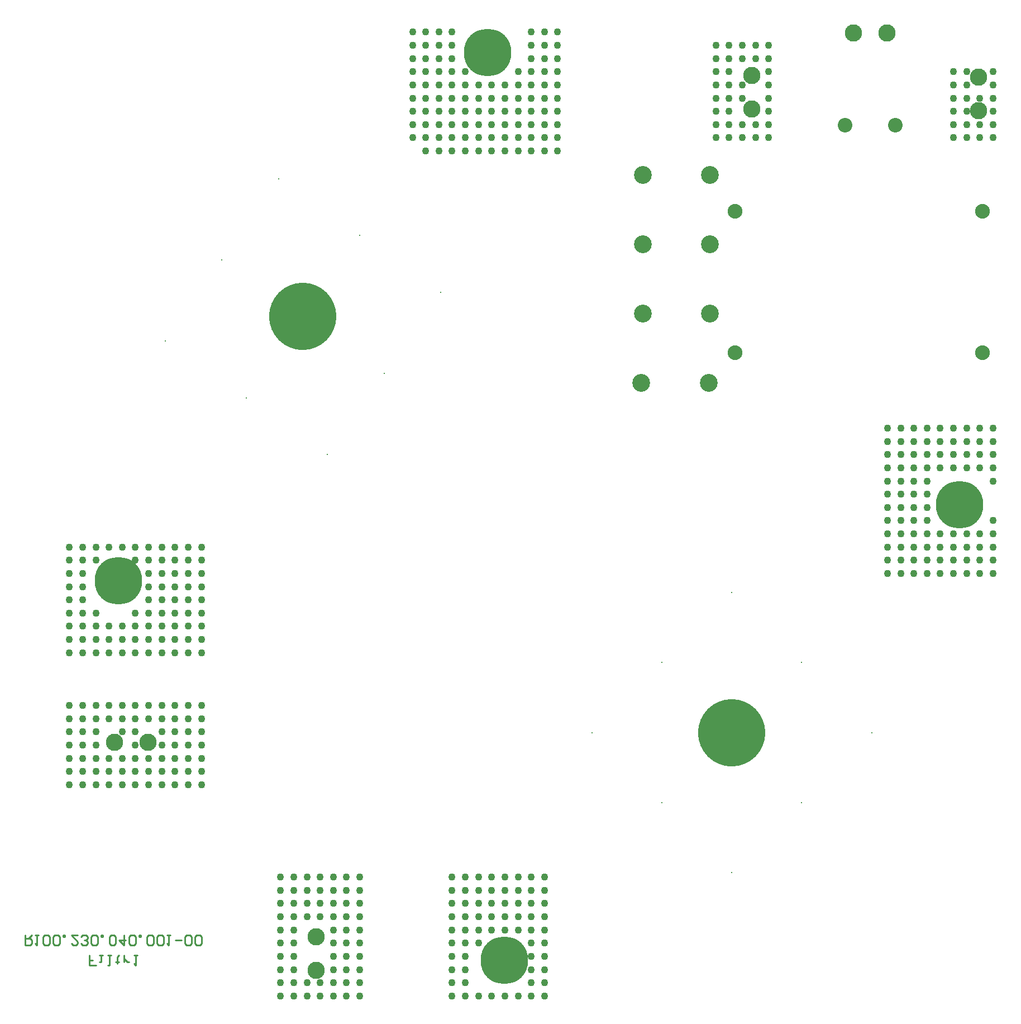
<source format=gbs>
G04 Layer_Color=16711935*
%FSLAX24Y24*%
%MOIN*%
G70*
G01*
G75*
%ADD24C,0.0098*%
%ADD28C,0.0867*%
%ADD29C,0.1064*%
%ADD30C,0.0880*%
%ADD31C,0.1030*%
%ADD32C,0.2836*%
%ADD33C,0.4017*%
%ADD34C,0.0080*%
%ADD35C,0.0434*%
D24*
X1527Y6220D02*
Y5630D01*
X1822D01*
X1921Y5728D01*
Y5925D01*
X1822Y6024D01*
X1527D01*
X1724D02*
X1921Y6220D01*
X2118D02*
X2314D01*
X2216D01*
Y5630D01*
X2118Y5728D01*
X2610D02*
X2708Y5630D01*
X2905D01*
X3003Y5728D01*
Y6122D01*
X2905Y6220D01*
X2708D01*
X2610Y6122D01*
Y5728D01*
X3200D02*
X3298Y5630D01*
X3495D01*
X3594Y5728D01*
Y6122D01*
X3495Y6220D01*
X3298D01*
X3200Y6122D01*
Y5728D01*
X3790Y6220D02*
Y6122D01*
X3889D01*
Y6220D01*
X3790D01*
X4676D02*
X4282D01*
X4676Y5827D01*
Y5728D01*
X4577Y5630D01*
X4381D01*
X4282Y5728D01*
X4873D02*
X4971Y5630D01*
X5168D01*
X5266Y5728D01*
Y5827D01*
X5168Y5925D01*
X5069D01*
X5168D01*
X5266Y6024D01*
Y6122D01*
X5168Y6220D01*
X4971D01*
X4873Y6122D01*
X5463Y5728D02*
X5561Y5630D01*
X5758D01*
X5857Y5728D01*
Y6122D01*
X5758Y6220D01*
X5561D01*
X5463Y6122D01*
Y5728D01*
X6053Y6220D02*
Y6122D01*
X6152D01*
Y6220D01*
X6053D01*
X6545Y5728D02*
X6644Y5630D01*
X6841D01*
X6939Y5728D01*
Y6122D01*
X6841Y6220D01*
X6644D01*
X6545Y6122D01*
Y5728D01*
X7431Y6220D02*
Y5630D01*
X7136Y5925D01*
X7529D01*
X7726Y5728D02*
X7824Y5630D01*
X8021D01*
X8120Y5728D01*
Y6122D01*
X8021Y6220D01*
X7824D01*
X7726Y6122D01*
Y5728D01*
X8316Y6220D02*
Y6122D01*
X8415D01*
Y6220D01*
X8316D01*
X8808Y5728D02*
X8907Y5630D01*
X9104D01*
X9202Y5728D01*
Y6122D01*
X9104Y6220D01*
X8907D01*
X8808Y6122D01*
Y5728D01*
X9399D02*
X9497Y5630D01*
X9694D01*
X9792Y5728D01*
Y6122D01*
X9694Y6220D01*
X9497D01*
X9399Y6122D01*
Y5728D01*
X9989Y6220D02*
X10186D01*
X10088D01*
Y5630D01*
X9989Y5728D01*
X10481Y5925D02*
X10875D01*
X11071Y5728D02*
X11170Y5630D01*
X11367D01*
X11465Y5728D01*
Y6122D01*
X11367Y6220D01*
X11170D01*
X11071Y6122D01*
Y5728D01*
X11662D02*
X11760Y5630D01*
X11957D01*
X12055Y5728D01*
Y6122D01*
X11957Y6220D01*
X11760D01*
X11662Y6122D01*
Y5728D01*
X5758Y4433D02*
X5365D01*
Y4729D01*
X5561D01*
X5365D01*
Y5024D01*
X5955D02*
X6152D01*
X6053D01*
Y4630D01*
X5955D01*
X6447Y5024D02*
X6644D01*
X6545D01*
Y4433D01*
X6447D01*
X7037Y4532D02*
Y4630D01*
X6939D01*
X7136D01*
X7037D01*
Y4925D01*
X7136Y5024D01*
X7431Y4630D02*
Y5024D01*
Y4827D01*
X7529Y4729D01*
X7628Y4630D01*
X7726D01*
X8021Y5024D02*
X8218D01*
X8120D01*
Y4433D01*
X8021Y4532D01*
D28*
X50469Y54528D02*
D03*
X53468D02*
D03*
D29*
X42323Y39173D02*
D03*
X38307D02*
D03*
X42402Y43307D02*
D03*
X38386D02*
D03*
X42402Y47441D02*
D03*
X38386D02*
D03*
X42402Y51575D02*
D03*
X38386D02*
D03*
D30*
X43898Y49409D02*
D03*
X58661D02*
D03*
Y40945D02*
D03*
X43898D02*
D03*
D31*
X6858Y17717D02*
D03*
X8858D02*
D03*
X44882Y55480D02*
D03*
Y57480D02*
D03*
X18898Y6134D02*
D03*
Y4134D02*
D03*
X58434Y57402D02*
D03*
Y55402D02*
D03*
X50953Y60039D02*
D03*
X52953D02*
D03*
D32*
X57286Y31892D02*
D03*
X30122Y4715D02*
D03*
X7098Y27367D02*
D03*
X29130Y58848D02*
D03*
D33*
X43701Y18307D02*
D03*
X18110Y43110D02*
D03*
D34*
X47877Y14131D02*
D03*
X39525D02*
D03*
Y22483D02*
D03*
X47877D02*
D03*
X43701Y26659D02*
D03*
Y9955D02*
D03*
X35349Y18307D02*
D03*
X52052D02*
D03*
X26335Y44560D02*
D03*
X9885Y41660D02*
D03*
X19560Y34885D02*
D03*
X16660Y51335D02*
D03*
X21497Y47948D02*
D03*
X13273Y46498D02*
D03*
X14723Y38273D02*
D03*
X22948Y39723D02*
D03*
D35*
X16772Y2598D02*
D03*
Y3386D02*
D03*
Y4173D02*
D03*
Y4961D02*
D03*
Y5748D02*
D03*
Y6535D02*
D03*
Y7323D02*
D03*
Y8110D02*
D03*
Y8898D02*
D03*
Y9685D02*
D03*
X17559Y2598D02*
D03*
Y3386D02*
D03*
Y4173D02*
D03*
Y4961D02*
D03*
Y5748D02*
D03*
Y6535D02*
D03*
Y7323D02*
D03*
Y8110D02*
D03*
Y8898D02*
D03*
Y9685D02*
D03*
X18346Y2598D02*
D03*
Y3386D02*
D03*
Y7323D02*
D03*
Y8110D02*
D03*
Y8898D02*
D03*
Y9685D02*
D03*
X19134Y2598D02*
D03*
Y3386D02*
D03*
Y7323D02*
D03*
Y8110D02*
D03*
Y8898D02*
D03*
Y9685D02*
D03*
X19921Y2598D02*
D03*
Y3386D02*
D03*
Y4173D02*
D03*
Y4961D02*
D03*
Y5748D02*
D03*
Y6535D02*
D03*
Y7323D02*
D03*
Y8110D02*
D03*
Y8898D02*
D03*
Y9685D02*
D03*
X20709Y2598D02*
D03*
Y3386D02*
D03*
Y4173D02*
D03*
Y4961D02*
D03*
Y5748D02*
D03*
Y6535D02*
D03*
Y7323D02*
D03*
Y8110D02*
D03*
Y8898D02*
D03*
Y9685D02*
D03*
X21496Y2598D02*
D03*
Y3386D02*
D03*
Y4173D02*
D03*
Y4961D02*
D03*
Y5748D02*
D03*
Y6535D02*
D03*
Y7323D02*
D03*
Y8110D02*
D03*
Y8898D02*
D03*
Y9685D02*
D03*
X27008Y2598D02*
D03*
Y3386D02*
D03*
Y4173D02*
D03*
Y4961D02*
D03*
Y5748D02*
D03*
Y6535D02*
D03*
Y7323D02*
D03*
Y8110D02*
D03*
Y8898D02*
D03*
Y9685D02*
D03*
X27795Y2598D02*
D03*
Y3386D02*
D03*
Y4173D02*
D03*
Y4961D02*
D03*
Y5748D02*
D03*
Y6535D02*
D03*
Y7323D02*
D03*
Y8110D02*
D03*
Y8898D02*
D03*
Y9685D02*
D03*
X28583Y2598D02*
D03*
Y5748D02*
D03*
Y6535D02*
D03*
Y7323D02*
D03*
Y8110D02*
D03*
Y8898D02*
D03*
Y9685D02*
D03*
X29370Y2598D02*
D03*
Y6535D02*
D03*
Y7323D02*
D03*
Y8110D02*
D03*
Y8898D02*
D03*
Y9685D02*
D03*
X30157Y2598D02*
D03*
Y6535D02*
D03*
Y7323D02*
D03*
Y8110D02*
D03*
Y8898D02*
D03*
Y9685D02*
D03*
X30945Y2598D02*
D03*
Y6535D02*
D03*
Y7323D02*
D03*
Y8110D02*
D03*
Y8898D02*
D03*
Y9685D02*
D03*
X31732Y2598D02*
D03*
Y3386D02*
D03*
Y4173D02*
D03*
Y4961D02*
D03*
Y5748D02*
D03*
Y6535D02*
D03*
Y7323D02*
D03*
Y8110D02*
D03*
Y8898D02*
D03*
Y9685D02*
D03*
X32520Y2598D02*
D03*
Y3386D02*
D03*
Y4173D02*
D03*
Y4961D02*
D03*
Y5748D02*
D03*
Y6535D02*
D03*
Y7323D02*
D03*
Y8110D02*
D03*
Y8898D02*
D03*
Y9685D02*
D03*
X4173Y15197D02*
D03*
Y15984D02*
D03*
Y16772D02*
D03*
Y17559D02*
D03*
Y18346D02*
D03*
Y19134D02*
D03*
Y19921D02*
D03*
X4961Y15197D02*
D03*
Y15984D02*
D03*
Y16772D02*
D03*
Y17559D02*
D03*
Y18346D02*
D03*
Y19134D02*
D03*
Y19921D02*
D03*
X5748Y15197D02*
D03*
Y15984D02*
D03*
Y16772D02*
D03*
Y17559D02*
D03*
Y18346D02*
D03*
Y19134D02*
D03*
Y19921D02*
D03*
X6535Y15197D02*
D03*
Y15984D02*
D03*
Y16772D02*
D03*
Y19134D02*
D03*
Y19921D02*
D03*
X7323Y15197D02*
D03*
Y15984D02*
D03*
Y16772D02*
D03*
Y18346D02*
D03*
Y19134D02*
D03*
Y19921D02*
D03*
X8110Y15197D02*
D03*
Y15984D02*
D03*
Y16772D02*
D03*
Y17559D02*
D03*
Y18346D02*
D03*
Y19134D02*
D03*
Y19921D02*
D03*
X8898Y15197D02*
D03*
Y15984D02*
D03*
Y16772D02*
D03*
Y19134D02*
D03*
Y19921D02*
D03*
X9685Y15197D02*
D03*
Y15984D02*
D03*
Y16772D02*
D03*
Y17559D02*
D03*
Y18346D02*
D03*
Y19134D02*
D03*
Y19921D02*
D03*
X10472Y15197D02*
D03*
Y15984D02*
D03*
Y16772D02*
D03*
Y17559D02*
D03*
Y18346D02*
D03*
Y19134D02*
D03*
Y19921D02*
D03*
X11260Y15197D02*
D03*
Y15984D02*
D03*
Y16772D02*
D03*
Y17559D02*
D03*
Y18346D02*
D03*
Y19134D02*
D03*
Y19921D02*
D03*
X12047Y15197D02*
D03*
Y15984D02*
D03*
Y16772D02*
D03*
Y17559D02*
D03*
Y18346D02*
D03*
Y19134D02*
D03*
Y19921D02*
D03*
X4173Y23071D02*
D03*
Y23858D02*
D03*
Y24646D02*
D03*
Y25433D02*
D03*
Y26220D02*
D03*
Y27008D02*
D03*
Y27795D02*
D03*
Y28583D02*
D03*
Y29370D02*
D03*
X4961Y23071D02*
D03*
Y23858D02*
D03*
Y24646D02*
D03*
Y25433D02*
D03*
Y26220D02*
D03*
Y27008D02*
D03*
Y27795D02*
D03*
Y28583D02*
D03*
Y29370D02*
D03*
X5748Y23071D02*
D03*
Y23858D02*
D03*
Y24646D02*
D03*
Y25433D02*
D03*
Y28583D02*
D03*
Y29370D02*
D03*
X6535Y23071D02*
D03*
Y23858D02*
D03*
Y24646D02*
D03*
Y29370D02*
D03*
X7323Y23071D02*
D03*
Y23858D02*
D03*
Y24646D02*
D03*
Y29370D02*
D03*
X8110Y23071D02*
D03*
Y23858D02*
D03*
Y24646D02*
D03*
Y25433D02*
D03*
Y28583D02*
D03*
Y29370D02*
D03*
X8898Y23071D02*
D03*
Y23858D02*
D03*
Y24646D02*
D03*
Y25433D02*
D03*
Y26220D02*
D03*
Y27008D02*
D03*
Y27795D02*
D03*
Y28583D02*
D03*
Y29370D02*
D03*
X9685Y23071D02*
D03*
Y23858D02*
D03*
Y24646D02*
D03*
Y25433D02*
D03*
Y26220D02*
D03*
Y27008D02*
D03*
Y27795D02*
D03*
Y28583D02*
D03*
Y29370D02*
D03*
X10472Y23071D02*
D03*
Y23858D02*
D03*
Y24646D02*
D03*
Y25433D02*
D03*
Y26220D02*
D03*
Y27008D02*
D03*
Y27795D02*
D03*
Y28583D02*
D03*
Y29370D02*
D03*
X11260Y23071D02*
D03*
Y23858D02*
D03*
Y24646D02*
D03*
Y25433D02*
D03*
Y26220D02*
D03*
Y27008D02*
D03*
Y27795D02*
D03*
Y28583D02*
D03*
Y29370D02*
D03*
X12047Y23071D02*
D03*
Y23858D02*
D03*
Y24646D02*
D03*
Y25433D02*
D03*
Y26220D02*
D03*
Y27008D02*
D03*
Y27795D02*
D03*
Y28583D02*
D03*
Y29370D02*
D03*
X52992Y27795D02*
D03*
Y28583D02*
D03*
Y29370D02*
D03*
Y30157D02*
D03*
Y30945D02*
D03*
Y31732D02*
D03*
Y32520D02*
D03*
Y33307D02*
D03*
Y34095D02*
D03*
Y34882D02*
D03*
Y35669D02*
D03*
Y36457D02*
D03*
X53780Y27795D02*
D03*
Y28583D02*
D03*
Y29370D02*
D03*
Y30157D02*
D03*
Y30945D02*
D03*
Y31732D02*
D03*
Y32520D02*
D03*
Y33307D02*
D03*
Y34095D02*
D03*
Y34882D02*
D03*
Y35669D02*
D03*
Y36457D02*
D03*
X54567Y27795D02*
D03*
Y28583D02*
D03*
Y29370D02*
D03*
Y30157D02*
D03*
Y30945D02*
D03*
Y31732D02*
D03*
Y32520D02*
D03*
Y33307D02*
D03*
Y34095D02*
D03*
Y34882D02*
D03*
Y35669D02*
D03*
Y36457D02*
D03*
X55354Y27795D02*
D03*
Y28583D02*
D03*
Y29370D02*
D03*
Y30157D02*
D03*
Y30945D02*
D03*
Y31732D02*
D03*
Y32520D02*
D03*
Y33307D02*
D03*
Y34095D02*
D03*
Y34882D02*
D03*
Y35669D02*
D03*
Y36457D02*
D03*
X56142Y27795D02*
D03*
Y28583D02*
D03*
Y29370D02*
D03*
Y30157D02*
D03*
Y34095D02*
D03*
Y34882D02*
D03*
Y35669D02*
D03*
Y36457D02*
D03*
X56929Y27795D02*
D03*
Y28583D02*
D03*
Y29370D02*
D03*
Y30157D02*
D03*
Y34095D02*
D03*
Y34882D02*
D03*
Y35669D02*
D03*
Y36457D02*
D03*
X57717Y27795D02*
D03*
Y28583D02*
D03*
Y29370D02*
D03*
Y30157D02*
D03*
Y34095D02*
D03*
Y34882D02*
D03*
Y35669D02*
D03*
Y36457D02*
D03*
X58504Y27795D02*
D03*
Y28583D02*
D03*
Y29370D02*
D03*
Y30157D02*
D03*
Y34095D02*
D03*
Y34882D02*
D03*
Y35669D02*
D03*
Y36457D02*
D03*
X59291Y27795D02*
D03*
Y28583D02*
D03*
Y29370D02*
D03*
Y30157D02*
D03*
Y30945D02*
D03*
Y33307D02*
D03*
Y34095D02*
D03*
Y34882D02*
D03*
Y35669D02*
D03*
Y36457D02*
D03*
X24646Y53780D02*
D03*
Y54567D02*
D03*
Y55354D02*
D03*
Y56142D02*
D03*
Y56929D02*
D03*
Y57717D02*
D03*
Y58504D02*
D03*
Y59291D02*
D03*
Y60079D02*
D03*
X25433Y52992D02*
D03*
Y53780D02*
D03*
Y54567D02*
D03*
Y55354D02*
D03*
Y56142D02*
D03*
Y56929D02*
D03*
Y57717D02*
D03*
Y58504D02*
D03*
Y59291D02*
D03*
Y60079D02*
D03*
X26220Y52992D02*
D03*
Y53780D02*
D03*
Y54567D02*
D03*
Y55354D02*
D03*
Y56142D02*
D03*
Y56929D02*
D03*
Y57717D02*
D03*
Y58504D02*
D03*
Y59291D02*
D03*
Y60079D02*
D03*
X27008Y52992D02*
D03*
Y53780D02*
D03*
Y54567D02*
D03*
Y55354D02*
D03*
Y56142D02*
D03*
Y56929D02*
D03*
Y57717D02*
D03*
Y58504D02*
D03*
Y59291D02*
D03*
Y60079D02*
D03*
X27795Y52992D02*
D03*
Y53780D02*
D03*
Y54567D02*
D03*
Y55354D02*
D03*
Y56142D02*
D03*
Y56929D02*
D03*
Y57717D02*
D03*
X28583Y52992D02*
D03*
Y53780D02*
D03*
Y54567D02*
D03*
Y55354D02*
D03*
Y56142D02*
D03*
Y56929D02*
D03*
X29370Y52992D02*
D03*
Y53780D02*
D03*
Y54567D02*
D03*
Y55354D02*
D03*
Y56142D02*
D03*
Y56929D02*
D03*
X30157Y52992D02*
D03*
Y53780D02*
D03*
Y54567D02*
D03*
Y55354D02*
D03*
Y56142D02*
D03*
Y56929D02*
D03*
X30945Y52992D02*
D03*
Y53780D02*
D03*
Y54567D02*
D03*
Y55354D02*
D03*
Y56142D02*
D03*
Y56929D02*
D03*
Y57717D02*
D03*
X31732Y52992D02*
D03*
Y53780D02*
D03*
Y54567D02*
D03*
Y55354D02*
D03*
Y56142D02*
D03*
Y56929D02*
D03*
Y57717D02*
D03*
Y58504D02*
D03*
Y59291D02*
D03*
Y60079D02*
D03*
X32520Y52992D02*
D03*
Y53780D02*
D03*
Y54567D02*
D03*
Y55354D02*
D03*
Y56142D02*
D03*
Y56929D02*
D03*
Y57717D02*
D03*
Y58504D02*
D03*
Y59291D02*
D03*
Y60079D02*
D03*
X33307Y52992D02*
D03*
Y53780D02*
D03*
Y54567D02*
D03*
Y55354D02*
D03*
Y56142D02*
D03*
Y56929D02*
D03*
Y57717D02*
D03*
Y58504D02*
D03*
Y59291D02*
D03*
Y60079D02*
D03*
X42756Y53780D02*
D03*
Y54567D02*
D03*
Y55354D02*
D03*
Y56142D02*
D03*
Y56929D02*
D03*
Y57717D02*
D03*
Y58504D02*
D03*
Y59291D02*
D03*
X43543Y53780D02*
D03*
Y54567D02*
D03*
Y55354D02*
D03*
Y56142D02*
D03*
Y56929D02*
D03*
Y57717D02*
D03*
Y58504D02*
D03*
Y59291D02*
D03*
X44331Y53780D02*
D03*
Y54567D02*
D03*
Y56142D02*
D03*
Y56929D02*
D03*
Y58504D02*
D03*
Y59291D02*
D03*
X45118Y53780D02*
D03*
Y54567D02*
D03*
Y58504D02*
D03*
Y59291D02*
D03*
X45906Y53780D02*
D03*
Y54567D02*
D03*
Y55354D02*
D03*
Y56142D02*
D03*
Y56929D02*
D03*
Y57717D02*
D03*
Y58504D02*
D03*
Y59291D02*
D03*
X56929Y53780D02*
D03*
Y54567D02*
D03*
Y55354D02*
D03*
Y56142D02*
D03*
Y56929D02*
D03*
Y57717D02*
D03*
X57717Y53780D02*
D03*
Y54567D02*
D03*
Y55354D02*
D03*
Y56142D02*
D03*
Y56929D02*
D03*
Y57717D02*
D03*
X58504Y53780D02*
D03*
Y54567D02*
D03*
Y56142D02*
D03*
X59291Y53780D02*
D03*
Y54567D02*
D03*
Y55354D02*
D03*
Y56142D02*
D03*
Y56929D02*
D03*
Y57717D02*
D03*
M02*

</source>
